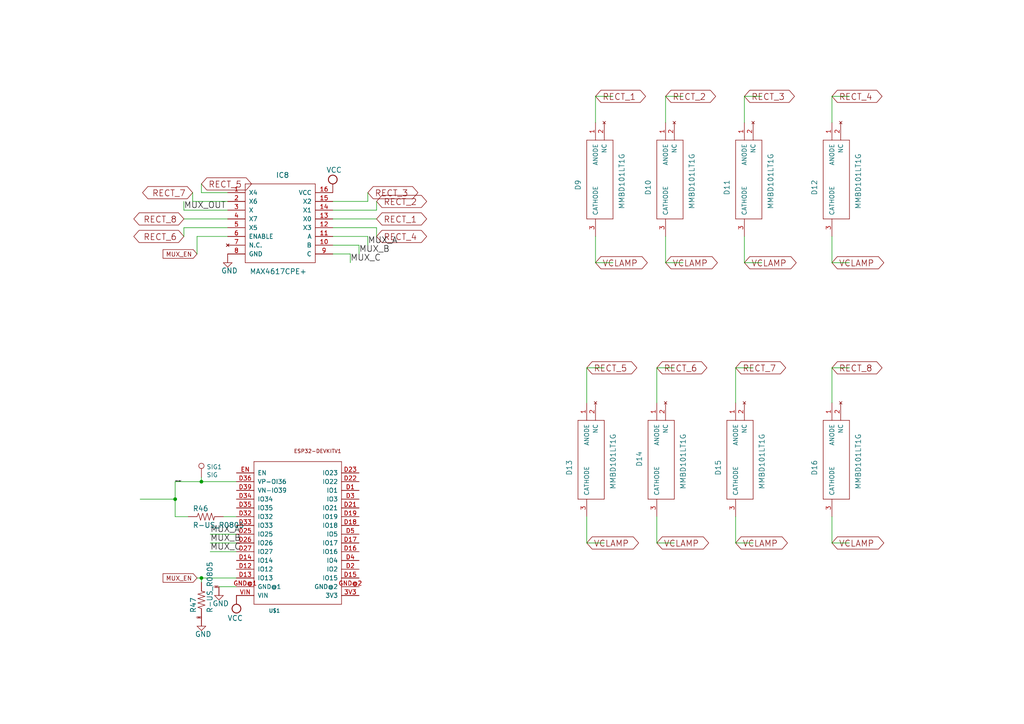
<source format=kicad_sch>
(kicad_sch (version 20211123) (generator eeschema)

  (uuid 4e677390-a246-4ca0-954c-746e0870f88f)

  (paper "A4")

  (lib_symbols
    (symbol "Connector:TestPoint" (pin_numbers hide) (pin_names (offset 0.762) hide) (in_bom yes) (on_board yes)
      (property "Reference" "TP" (id 0) (at 0 6.858 0)
        (effects (font (size 1.27 1.27)))
      )
      (property "Value" "TestPoint" (id 1) (at 0 5.08 0)
        (effects (font (size 1.27 1.27)))
      )
      (property "Footprint" "" (id 2) (at 5.08 0 0)
        (effects (font (size 1.27 1.27)) hide)
      )
      (property "Datasheet" "~" (id 3) (at 5.08 0 0)
        (effects (font (size 1.27 1.27)) hide)
      )
      (property "ki_keywords" "test point tp" (id 4) (at 0 0 0)
        (effects (font (size 1.27 1.27)) hide)
      )
      (property "ki_description" "test point" (id 5) (at 0 0 0)
        (effects (font (size 1.27 1.27)) hide)
      )
      (property "ki_fp_filters" "Pin* Test*" (id 6) (at 0 0 0)
        (effects (font (size 1.27 1.27)) hide)
      )
      (symbol "TestPoint_0_1"
        (circle (center 0 3.302) (radius 0.762)
          (stroke (width 0) (type default) (color 0 0 0 0))
          (fill (type none))
        )
      )
      (symbol "TestPoint_1_1"
        (pin passive line (at 0 0 90) (length 2.54)
          (name "1" (effects (font (size 1.27 1.27))))
          (number "1" (effects (font (size 1.27 1.27))))
        )
      )
    )
    (symbol "Graphic_Equalzier_Schematic-eagle-import:ESP32DEVKITV1" (pin_names (offset 1.016)) (in_bom yes) (on_board yes)
      (property "Reference" "" (id 0) (at -26.67 5.08 90)
        (effects (font (size 1.0668 1.0668)) (justify left bottom))
      )
      (property "Value" "ESP32DEVKITV1" (id 1) (at 0 0 0)
        (effects (font (size 1.27 1.27)) hide)
      )
      (property "Footprint" "" (id 2) (at 0 0 0)
        (effects (font (size 1.27 1.27)) hide)
      )
      (property "Datasheet" "" (id 3) (at 0 0 0)
        (effects (font (size 1.27 1.27)) hide)
      )
      (property "ki_locked" "" (id 4) (at 0 0 0)
        (effects (font (size 1.27 1.27)))
      )
      (symbol "ESP32DEVKITV1_1_0"
        (polyline
          (pts
            (xy -25.4 -12.7)
            (xy -25.4 12.7)
          )
          (stroke (width 0) (type default) (color 0 0 0 0))
          (fill (type none))
        )
        (polyline
          (pts
            (xy -25.4 12.7)
            (xy 15.9766 12.7)
          )
          (stroke (width 0) (type default) (color 0 0 0 0))
          (fill (type none))
        )
        (polyline
          (pts
            (xy 15.9766 -12.7)
            (xy -25.4 -12.7)
          )
          (stroke (width 0) (type default) (color 0 0 0 0))
          (fill (type none))
        )
        (polyline
          (pts
            (xy 15.9766 12.7)
            (xy 15.9766 -12.7)
          )
          (stroke (width 0) (type default) (color 0 0 0 0))
          (fill (type none))
        )
        (text "ESP32-DEVKITV1" (at 18.3896 -12.7 900)
          (effects (font (size 1.0668 1.0668)) (justify left bottom))
        )
        (pin bidirectional line (at -22.86 -17.78 90) (length 5.08)
          (name "3V3" (effects (font (size 1.27 1.27))))
          (number "3V3" (effects (font (size 1.27 1.27))))
        )
        (pin bidirectional line (at 7.62 -17.78 90) (length 5.08)
          (name "IO1" (effects (font (size 1.27 1.27))))
          (number "D1" (effects (font (size 1.27 1.27))))
        )
        (pin bidirectional line (at -15.24 17.78 270) (length 5.08)
          (name "IO12" (effects (font (size 1.27 1.27))))
          (number "D12" (effects (font (size 1.27 1.27))))
        )
        (pin bidirectional line (at -17.78 17.78 270) (length 5.08)
          (name "IO13" (effects (font (size 1.27 1.27))))
          (number "D13" (effects (font (size 1.27 1.27))))
        )
        (pin bidirectional line (at -12.7 17.78 270) (length 5.08)
          (name "IO14" (effects (font (size 1.27 1.27))))
          (number "D14" (effects (font (size 1.27 1.27))))
        )
        (pin bidirectional line (at -17.78 -17.78 90) (length 5.08)
          (name "IO15" (effects (font (size 1.27 1.27))))
          (number "D15" (effects (font (size 1.27 1.27))))
        )
        (pin bidirectional line (at -10.16 -17.78 90) (length 5.08)
          (name "IO16" (effects (font (size 1.27 1.27))))
          (number "D16" (effects (font (size 1.27 1.27))))
        )
        (pin bidirectional line (at -7.62 -17.78 90) (length 5.08)
          (name "IO17" (effects (font (size 1.27 1.27))))
          (number "D17" (effects (font (size 1.27 1.27))))
        )
        (pin bidirectional line (at -2.54 -17.78 90) (length 5.08)
          (name "IO18" (effects (font (size 1.27 1.27))))
          (number "D18" (effects (font (size 1.27 1.27))))
        )
        (pin bidirectional line (at 0 -17.78 90) (length 5.08)
          (name "IO19" (effects (font (size 1.27 1.27))))
          (number "D19" (effects (font (size 1.27 1.27))))
        )
        (pin bidirectional line (at -15.24 -17.78 90) (length 5.08)
          (name "IO2" (effects (font (size 1.27 1.27))))
          (number "D2" (effects (font (size 1.27 1.27))))
        )
        (pin bidirectional line (at 2.54 -17.78 90) (length 5.08)
          (name "IO21" (effects (font (size 1.27 1.27))))
          (number "D21" (effects (font (size 1.27 1.27))))
        )
        (pin bidirectional line (at 10.16 -17.78 90) (length 5.08)
          (name "IO22" (effects (font (size 1.27 1.27))))
          (number "D22" (effects (font (size 1.27 1.27))))
        )
        (pin bidirectional line (at 12.7 -17.78 90) (length 5.08)
          (name "IO23" (effects (font (size 1.27 1.27))))
          (number "D23" (effects (font (size 1.27 1.27))))
        )
        (pin bidirectional line (at -5.08 17.78 270) (length 5.08)
          (name "IO25" (effects (font (size 1.27 1.27))))
          (number "D25" (effects (font (size 1.27 1.27))))
        )
        (pin bidirectional line (at -7.62 17.78 270) (length 5.08)
          (name "IO26" (effects (font (size 1.27 1.27))))
          (number "D26" (effects (font (size 1.27 1.27))))
        )
        (pin bidirectional line (at -10.16 17.78 270) (length 5.08)
          (name "IO27" (effects (font (size 1.27 1.27))))
          (number "D27" (effects (font (size 1.27 1.27))))
        )
        (pin bidirectional line (at 5.08 -17.78 90) (length 5.08)
          (name "IO3" (effects (font (size 1.27 1.27))))
          (number "D3" (effects (font (size 1.27 1.27))))
        )
        (pin bidirectional line (at 0 17.78 270) (length 5.08)
          (name "IO32" (effects (font (size 1.27 1.27))))
          (number "D32" (effects (font (size 1.27 1.27))))
        )
        (pin bidirectional line (at -2.54 17.78 270) (length 5.08)
          (name "IO33" (effects (font (size 1.27 1.27))))
          (number "D33" (effects (font (size 1.27 1.27))))
        )
        (pin bidirectional line (at 5.08 17.78 270) (length 5.08)
          (name "IO34" (effects (font (size 1.27 1.27))))
          (number "D34" (effects (font (size 1.27 1.27))))
        )
        (pin bidirectional line (at 2.54 17.78 270) (length 5.08)
          (name "IO35" (effects (font (size 1.27 1.27))))
          (number "D35" (effects (font (size 1.27 1.27))))
        )
        (pin bidirectional line (at 10.16 17.78 270) (length 5.08)
          (name "VP-OI36" (effects (font (size 1.27 1.27))))
          (number "D36" (effects (font (size 1.27 1.27))))
        )
        (pin bidirectional line (at 7.62 17.78 270) (length 5.08)
          (name "VN-IO39" (effects (font (size 1.27 1.27))))
          (number "D39" (effects (font (size 1.27 1.27))))
        )
        (pin bidirectional line (at -12.7 -17.78 90) (length 5.08)
          (name "IO4" (effects (font (size 1.27 1.27))))
          (number "D4" (effects (font (size 1.27 1.27))))
        )
        (pin bidirectional line (at -5.08 -17.78 90) (length 5.08)
          (name "IO5" (effects (font (size 1.27 1.27))))
          (number "D5" (effects (font (size 1.27 1.27))))
        )
        (pin bidirectional line (at 12.7 17.78 270) (length 5.08)
          (name "EN" (effects (font (size 1.27 1.27))))
          (number "EN" (effects (font (size 1.27 1.27))))
        )
        (pin bidirectional line (at -20.32 17.78 270) (length 5.08)
          (name "GND@1" (effects (font (size 1.27 1.27))))
          (number "GND@1" (effects (font (size 1.27 1.27))))
        )
        (pin bidirectional line (at -20.32 -17.78 90) (length 5.08)
          (name "GND@2" (effects (font (size 1.27 1.27))))
          (number "GND@2" (effects (font (size 1.27 1.27))))
        )
        (pin bidirectional line (at -22.86 17.78 270) (length 5.08)
          (name "VIN" (effects (font (size 1.27 1.27))))
          (number "VIN" (effects (font (size 1.27 1.27))))
        )
      )
    )
    (symbol "Graphic_Equalzier_Schematic-eagle-import:GND" (power) (pin_names (offset 1.016)) (in_bom yes) (on_board yes)
      (property "Reference" "#SUPPLY" (id 0) (at 0 0 0)
        (effects (font (size 1.27 1.27)) hide)
      )
      (property "Value" "GND" (id 1) (at -1.905 -3.175 0)
        (effects (font (size 1.4986 1.4986)) (justify left bottom))
      )
      (property "Footprint" "" (id 2) (at 0 0 0)
        (effects (font (size 1.27 1.27)) hide)
      )
      (property "Datasheet" "" (id 3) (at 0 0 0)
        (effects (font (size 1.27 1.27)) hide)
      )
      (property "ki_locked" "" (id 4) (at 0 0 0)
        (effects (font (size 1.27 1.27)))
      )
      (symbol "GND_1_0"
        (polyline
          (pts
            (xy -1.27 0)
            (xy 1.27 0)
          )
          (stroke (width 0) (type default) (color 0 0 0 0))
          (fill (type none))
        )
        (polyline
          (pts
            (xy 0 -1.27)
            (xy -1.27 0)
          )
          (stroke (width 0) (type default) (color 0 0 0 0))
          (fill (type none))
        )
        (polyline
          (pts
            (xy 1.27 0)
            (xy 0 -1.27)
          )
          (stroke (width 0) (type default) (color 0 0 0 0))
          (fill (type none))
        )
        (pin power_in line (at 0 2.54 270) (length 2.54)
          (name "GND" (effects (font (size 0 0))))
          (number "1" (effects (font (size 0 0))))
        )
      )
    )
    (symbol "Graphic_Equalzier_Schematic-eagle-import:MAX4617CPE+" (pin_names (offset 1.016)) (in_bom yes) (on_board yes)
      (property "Reference" "IC" (id 0) (at 26.67 7.62 0)
        (effects (font (size 1.4986 1.4986)) (justify left))
      )
      (property "Value" "MAX4617CPE+" (id 1) (at 26.67 5.08 0)
        (effects (font (size 1.4986 1.4986)) (justify left))
      )
      (property "Footprint" "" (id 2) (at 0 0 0)
        (effects (font (size 1.27 1.27)) hide)
      )
      (property "Datasheet" "" (id 3) (at 0 0 0)
        (effects (font (size 1.27 1.27)) hide)
      )
      (property "ki_locked" "" (id 4) (at 0 0 0)
        (effects (font (size 1.27 1.27)))
      )
      (symbol "MAX4617CPE+_1_0"
        (polyline
          (pts
            (xy 5.08 2.54)
            (xy 5.08 -20.32)
          )
          (stroke (width 0) (type default) (color 0 0 0 0))
          (fill (type none))
        )
        (polyline
          (pts
            (xy 5.08 2.54)
            (xy 25.4 2.54)
          )
          (stroke (width 0) (type default) (color 0 0 0 0))
          (fill (type none))
        )
        (polyline
          (pts
            (xy 25.4 -20.32)
            (xy 5.08 -20.32)
          )
          (stroke (width 0) (type default) (color 0 0 0 0))
          (fill (type none))
        )
        (polyline
          (pts
            (xy 25.4 -20.32)
            (xy 25.4 2.54)
          )
          (stroke (width 0) (type default) (color 0 0 0 0))
          (fill (type none))
        )
        (pin bidirectional line (at 0 0 0) (length 5.08)
          (name "X4" (effects (font (size 1.27 1.27))))
          (number "1" (effects (font (size 1.27 1.27))))
        )
        (pin bidirectional line (at 30.48 -15.24 180) (length 5.08)
          (name "B" (effects (font (size 1.27 1.27))))
          (number "10" (effects (font (size 1.27 1.27))))
        )
        (pin bidirectional line (at 30.48 -12.7 180) (length 5.08)
          (name "A" (effects (font (size 1.27 1.27))))
          (number "11" (effects (font (size 1.27 1.27))))
        )
        (pin bidirectional line (at 30.48 -10.16 180) (length 5.08)
          (name "X3" (effects (font (size 1.27 1.27))))
          (number "12" (effects (font (size 1.27 1.27))))
        )
        (pin bidirectional line (at 30.48 -7.62 180) (length 5.08)
          (name "X0" (effects (font (size 1.27 1.27))))
          (number "13" (effects (font (size 1.27 1.27))))
        )
        (pin bidirectional line (at 30.48 -5.08 180) (length 5.08)
          (name "X1" (effects (font (size 1.27 1.27))))
          (number "14" (effects (font (size 1.27 1.27))))
        )
        (pin bidirectional line (at 30.48 -2.54 180) (length 5.08)
          (name "X2" (effects (font (size 1.27 1.27))))
          (number "15" (effects (font (size 1.27 1.27))))
        )
        (pin bidirectional line (at 30.48 0 180) (length 5.08)
          (name "VCC" (effects (font (size 1.27 1.27))))
          (number "16" (effects (font (size 1.27 1.27))))
        )
        (pin bidirectional line (at 0 -2.54 0) (length 5.08)
          (name "X6" (effects (font (size 1.27 1.27))))
          (number "2" (effects (font (size 1.27 1.27))))
        )
        (pin bidirectional line (at 0 -5.08 0) (length 5.08)
          (name "X" (effects (font (size 1.27 1.27))))
          (number "3" (effects (font (size 1.27 1.27))))
        )
        (pin bidirectional line (at 0 -7.62 0) (length 5.08)
          (name "X7" (effects (font (size 1.27 1.27))))
          (number "4" (effects (font (size 1.27 1.27))))
        )
        (pin bidirectional line (at 0 -10.16 0) (length 5.08)
          (name "X5" (effects (font (size 1.27 1.27))))
          (number "5" (effects (font (size 1.27 1.27))))
        )
        (pin bidirectional line (at 0 -12.7 0) (length 5.08)
          (name "ENABLE" (effects (font (size 1.27 1.27))))
          (number "6" (effects (font (size 1.27 1.27))))
        )
        (pin no_connect line (at 0 -15.24 0) (length 5.08)
          (name "N.C." (effects (font (size 1.27 1.27))))
          (number "7" (effects (font (size 1.27 1.27))))
        )
        (pin bidirectional line (at 0 -17.78 0) (length 5.08)
          (name "GND" (effects (font (size 1.27 1.27))))
          (number "8" (effects (font (size 1.27 1.27))))
        )
        (pin bidirectional line (at 30.48 -17.78 180) (length 5.08)
          (name "C" (effects (font (size 1.27 1.27))))
          (number "9" (effects (font (size 1.27 1.27))))
        )
      )
    )
    (symbol "Graphic_Equalzier_Schematic-eagle-import:MMBD101LT1G" (pin_names (offset 1.016)) (in_bom yes) (on_board yes)
      (property "Reference" "D" (id 0) (at 29.21 7.62 0)
        (effects (font (size 1.4986 1.4986)) (justify left))
      )
      (property "Value" "MMBD101LT1G" (id 1) (at 29.21 5.08 0)
        (effects (font (size 1.4986 1.4986)) (justify left))
      )
      (property "Footprint" "" (id 2) (at 0 0 0)
        (effects (font (size 1.27 1.27)) hide)
      )
      (property "Datasheet" "" (id 3) (at 0 0 0)
        (effects (font (size 1.27 1.27)) hide)
      )
      (property "ki_locked" "" (id 4) (at 0 0 0)
        (effects (font (size 1.27 1.27)))
      )
      (symbol "MMBD101LT1G_1_0"
        (polyline
          (pts
            (xy 5.08 2.54)
            (xy 5.08 -5.08)
          )
          (stroke (width 0) (type default) (color 0 0 0 0))
          (fill (type none))
        )
        (polyline
          (pts
            (xy 5.08 2.54)
            (xy 27.94 2.54)
          )
          (stroke (width 0) (type default) (color 0 0 0 0))
          (fill (type none))
        )
        (polyline
          (pts
            (xy 27.94 -5.08)
            (xy 5.08 -5.08)
          )
          (stroke (width 0) (type default) (color 0 0 0 0))
          (fill (type none))
        )
        (polyline
          (pts
            (xy 27.94 -5.08)
            (xy 27.94 2.54)
          )
          (stroke (width 0) (type default) (color 0 0 0 0))
          (fill (type none))
        )
        (pin bidirectional line (at 0 0 0) (length 5.08)
          (name "ANODE" (effects (font (size 1.27 1.27))))
          (number "1" (effects (font (size 1.27 1.27))))
        )
        (pin no_connect line (at 0 -2.54 0) (length 5.08)
          (name "NC" (effects (font (size 1.27 1.27))))
          (number "2" (effects (font (size 1.27 1.27))))
        )
        (pin bidirectional line (at 33.02 0 180) (length 5.08)
          (name "CATHODE" (effects (font (size 1.27 1.27))))
          (number "3" (effects (font (size 1.27 1.27))))
        )
      )
    )
    (symbol "Graphic_Equalzier_Schematic-eagle-import:R-US_R0805" (pin_names (offset 1.016)) (in_bom yes) (on_board yes)
      (property "Reference" "R" (id 0) (at -3.81 1.4986 0)
        (effects (font (size 1.4986 1.4986)) (justify left bottom))
      )
      (property "Value" "R-US_R0805" (id 1) (at -3.81 -3.302 0)
        (effects (font (size 1.4986 1.4986)) (justify left bottom))
      )
      (property "Footprint" "" (id 2) (at 0 0 0)
        (effects (font (size 1.27 1.27)) hide)
      )
      (property "Datasheet" "" (id 3) (at 0 0 0)
        (effects (font (size 1.27 1.27)) hide)
      )
      (property "ki_locked" "" (id 4) (at 0 0 0)
        (effects (font (size 1.27 1.27)))
      )
      (symbol "R-US_R0805_1_0"
        (polyline
          (pts
            (xy -2.54 0)
            (xy -2.159 1.016)
          )
          (stroke (width 0) (type default) (color 0 0 0 0))
          (fill (type none))
        )
        (polyline
          (pts
            (xy -2.159 1.016)
            (xy -1.524 -1.016)
          )
          (stroke (width 0) (type default) (color 0 0 0 0))
          (fill (type none))
        )
        (polyline
          (pts
            (xy -1.524 -1.016)
            (xy -0.889 1.016)
          )
          (stroke (width 0) (type default) (color 0 0 0 0))
          (fill (type none))
        )
        (polyline
          (pts
            (xy -0.889 1.016)
            (xy -0.254 -1.016)
          )
          (stroke (width 0) (type default) (color 0 0 0 0))
          (fill (type none))
        )
        (polyline
          (pts
            (xy -0.254 -1.016)
            (xy 0.381 1.016)
          )
          (stroke (width 0) (type default) (color 0 0 0 0))
          (fill (type none))
        )
        (polyline
          (pts
            (xy 0.381 1.016)
            (xy 1.016 -1.016)
          )
          (stroke (width 0) (type default) (color 0 0 0 0))
          (fill (type none))
        )
        (polyline
          (pts
            (xy 1.016 -1.016)
            (xy 1.651 1.016)
          )
          (stroke (width 0) (type default) (color 0 0 0 0))
          (fill (type none))
        )
        (polyline
          (pts
            (xy 1.651 1.016)
            (xy 2.286 -1.016)
          )
          (stroke (width 0) (type default) (color 0 0 0 0))
          (fill (type none))
        )
        (polyline
          (pts
            (xy 2.286 -1.016)
            (xy 2.54 0)
          )
          (stroke (width 0) (type default) (color 0 0 0 0))
          (fill (type none))
        )
        (pin passive line (at -5.08 0 0) (length 2.54)
          (name "1" (effects (font (size 0 0))))
          (number "1" (effects (font (size 0 0))))
        )
        (pin passive line (at 5.08 0 180) (length 2.54)
          (name "2" (effects (font (size 0 0))))
          (number "2" (effects (font (size 0 0))))
        )
      )
    )
    (symbol "Graphic_Equalzier_Schematic-eagle-import:VCC" (power) (pin_names (offset 1.016)) (in_bom yes) (on_board yes)
      (property "Reference" "#SUPPLY" (id 0) (at 0 0 0)
        (effects (font (size 1.27 1.27)) hide)
      )
      (property "Value" "VCC" (id 1) (at -1.905 3.175 0)
        (effects (font (size 1.4986 1.4986)) (justify left bottom))
      )
      (property "Footprint" "" (id 2) (at 0 0 0)
        (effects (font (size 1.27 1.27)) hide)
      )
      (property "Datasheet" "" (id 3) (at 0 0 0)
        (effects (font (size 1.27 1.27)) hide)
      )
      (property "ki_locked" "" (id 4) (at 0 0 0)
        (effects (font (size 1.27 1.27)))
      )
      (symbol "VCC_1_0"
        (circle (center 0 1.27) (radius 1.27)
          (stroke (width 0.254) (type default) (color 0 0 0 0))
          (fill (type none))
        )
        (pin power_in line (at 0 -2.54 90) (length 2.54)
          (name "VCC" (effects (font (size 0 0))))
          (number "1" (effects (font (size 0 0))))
        )
      )
    )
  )

  (junction (at 58.42 139.7) (diameter 0) (color 0 0 0 0)
    (uuid 3c121a93-b189-409b-a104-2bdd37ff0b51)
  )
  (junction (at 58.42 167.64) (diameter 0) (color 0 0 0 0)
    (uuid 6f5a9f10-1b2c-4916-b4e5-cb5bd0f851a0)
  )
  (junction (at 50.8 144.78) (diameter 0) (color 0 0 0 0)
    (uuid 72366acb-6c86-4134-89df-01ed6e4dc8e0)
  )

  (wire (pts (xy 241.3 68.58) (xy 241.3 76.2))
    (stroke (width 0) (type default) (color 0 0 0 0))
    (uuid 044de712-d3da-40ed-9c9f-d91ef285c74c)
  )
  (wire (pts (xy 96.52 66.04) (xy 109.22 66.04))
    (stroke (width 0) (type default) (color 0 0 0 0))
    (uuid 07652224-af43-42a2-841c-1883ba305bc4)
  )
  (wire (pts (xy 241.3 149.86) (xy 241.3 157.48))
    (stroke (width 0) (type default) (color 0 0 0 0))
    (uuid 0c544a8c-9f45-4205-9bca-1d91c95d58ef)
  )
  (wire (pts (xy 104.14 71.12) (xy 104.14 73.66))
    (stroke (width 0) (type default) (color 0 0 0 0))
    (uuid 10b20c6b-8045-46d1-a965-0d7dd9a1b5fa)
  )
  (wire (pts (xy 170.18 106.68) (xy 175.26 106.68))
    (stroke (width 0) (type default) (color 0 0 0 0))
    (uuid 1732b93f-cd0e-4ca4-a905-bb406354ca33)
  )
  (wire (pts (xy 63.5 170.18) (xy 68.58 170.18))
    (stroke (width 0) (type default) (color 0 0 0 0))
    (uuid 2026567f-be64-41dd-8011-b0897ba0ff2e)
  )
  (wire (pts (xy 172.72 35.56) (xy 172.72 27.94))
    (stroke (width 0) (type default) (color 0 0 0 0))
    (uuid 291935ec-f8ff-41f0-8717-e68b8af7b8c1)
  )
  (wire (pts (xy 170.18 116.84) (xy 170.18 106.68))
    (stroke (width 0) (type default) (color 0 0 0 0))
    (uuid 2f0570b6-86da-47a8-9e56-ce60c431c534)
  )
  (wire (pts (xy 190.5 149.86) (xy 190.5 157.48))
    (stroke (width 0) (type default) (color 0 0 0 0))
    (uuid 3335d379-08d8-4469-9fa1-495ed5a43fba)
  )
  (wire (pts (xy 57.15 68.58) (xy 57.15 73.66))
    (stroke (width 0) (type default) (color 0 0 0 0))
    (uuid 3656bb3f-f8a4-4f3a-8e9a-ec6203c87a56)
  )
  (wire (pts (xy 53.34 60.96) (xy 53.34 58.42))
    (stroke (width 0) (type default) (color 0 0 0 0))
    (uuid 37657eee-b379-4145-b65d-79c82b53e49e)
  )
  (wire (pts (xy 50.8 144.78) (xy 50.8 149.86))
    (stroke (width 0) (type default) (color 0 0 0 0))
    (uuid 386faf3f-2adf-472a-84bf-bd511edf2429)
  )
  (wire (pts (xy 96.52 68.58) (xy 106.68 68.58))
    (stroke (width 0) (type default) (color 0 0 0 0))
    (uuid 39845449-7a31-4262-86b1-e7af14a6659f)
  )
  (wire (pts (xy 50.8 139.7) (xy 58.42 139.7))
    (stroke (width 0) (type default) (color 0 0 0 0))
    (uuid 3c646c61-400f-4f60-98b8-05ed5e632a3f)
  )
  (wire (pts (xy 215.9 35.56) (xy 215.9 27.94))
    (stroke (width 0) (type default) (color 0 0 0 0))
    (uuid 3e87b259-dfc1-4885-8dcf-7e7ae39674ed)
  )
  (wire (pts (xy 53.34 66.04) (xy 53.34 68.58))
    (stroke (width 0) (type default) (color 0 0 0 0))
    (uuid 44b926bf-8bdd-4191-846d-2dfabab2cecb)
  )
  (wire (pts (xy 172.72 27.94) (xy 177.8 27.94))
    (stroke (width 0) (type default) (color 0 0 0 0))
    (uuid 49a65079-57a9-46fc-8711-1d7f2cab8dbf)
  )
  (wire (pts (xy 66.04 58.42) (xy 55.88 58.42))
    (stroke (width 0) (type default) (color 0 0 0 0))
    (uuid 59e09498-d26e-4ba7-b47d-fece2ea7c274)
  )
  (wire (pts (xy 68.58 154.94) (xy 60.96 154.94))
    (stroke (width 0) (type default) (color 0 0 0 0))
    (uuid 59f60168-cced-43c9-aaa5-41a1a8a2f631)
  )
  (wire (pts (xy 213.36 116.84) (xy 213.36 106.68))
    (stroke (width 0) (type default) (color 0 0 0 0))
    (uuid 5c32b099-dba7-4228-8a5e-c2156f635ce2)
  )
  (wire (pts (xy 241.3 116.84) (xy 241.3 106.68))
    (stroke (width 0) (type default) (color 0 0 0 0))
    (uuid 5eb16f0d-ef1e-4549-97a1-19cd06ad7236)
  )
  (wire (pts (xy 68.58 149.86) (xy 64.77 149.86))
    (stroke (width 0) (type default) (color 0 0 0 0))
    (uuid 5eedf685-0df3-4da8-aded-0e6ed1cb2507)
  )
  (wire (pts (xy 96.52 60.96) (xy 109.22 60.96))
    (stroke (width 0) (type default) (color 0 0 0 0))
    (uuid 63286bbb-78a3-4368-a50a-f6bf5f1653b0)
  )
  (wire (pts (xy 101.6 73.66) (xy 101.6 76.2))
    (stroke (width 0) (type default) (color 0 0 0 0))
    (uuid 645bdbdc-8f65-42ef-a021-2d3e7d74a739)
  )
  (wire (pts (xy 213.36 157.48) (xy 218.44 157.48))
    (stroke (width 0) (type default) (color 0 0 0 0))
    (uuid 74012f9c-57f0-452a-9ea1-1e3437e264b8)
  )
  (wire (pts (xy 106.68 68.58) (xy 106.68 71.12))
    (stroke (width 0) (type default) (color 0 0 0 0))
    (uuid 74855e0d-40e4-4940-a544-edae9207b2ea)
  )
  (wire (pts (xy 66.04 60.96) (xy 53.34 60.96))
    (stroke (width 0) (type default) (color 0 0 0 0))
    (uuid 7943ed8c-e760-4ace-9c5f-baf5589fae39)
  )
  (wire (pts (xy 213.36 106.68) (xy 218.44 106.68))
    (stroke (width 0) (type default) (color 0 0 0 0))
    (uuid 7ca71fec-e7f1-454f-9196-b80d15925fff)
  )
  (wire (pts (xy 58.42 167.64) (xy 58.42 168.91))
    (stroke (width 0) (type default) (color 0 0 0 0))
    (uuid 7d2eba81-aa80-4257-a5a7-9a6179da897e)
  )
  (wire (pts (xy 241.3 76.2) (xy 246.38 76.2))
    (stroke (width 0) (type default) (color 0 0 0 0))
    (uuid 83e349fb-6338-43f9-ad3f-2e7f4b8bb4a9)
  )
  (wire (pts (xy 241.3 27.94) (xy 246.38 27.94))
    (stroke (width 0) (type default) (color 0 0 0 0))
    (uuid 92a23ed4-a5ea-4cea-bc33-0a83191a0d32)
  )
  (wire (pts (xy 66.04 68.58) (xy 57.15 68.58))
    (stroke (width 0) (type default) (color 0 0 0 0))
    (uuid 961b4579-9ee8-407a-89a7-81f36f1ad865)
  )
  (wire (pts (xy 66.04 66.04) (xy 53.34 66.04))
    (stroke (width 0) (type default) (color 0 0 0 0))
    (uuid 981ff4de-0330-4757-b746-0cb983df5e7c)
  )
  (wire (pts (xy 58.42 139.7) (xy 68.58 139.7))
    (stroke (width 0) (type default) (color 0 0 0 0))
    (uuid 9b07d532-5f76-4469-8dbf-25ac27eef589)
  )
  (wire (pts (xy 241.3 106.68) (xy 246.38 106.68))
    (stroke (width 0) (type default) (color 0 0 0 0))
    (uuid 9cacb6ad-6bbf-4ffe-b0a4-2df24045e046)
  )
  (wire (pts (xy 241.3 35.56) (xy 241.3 27.94))
    (stroke (width 0) (type default) (color 0 0 0 0))
    (uuid 9de304ba-fba7-4896-b969-9d87a3522d74)
  )
  (wire (pts (xy 193.04 68.58) (xy 193.04 76.2))
    (stroke (width 0) (type default) (color 0 0 0 0))
    (uuid 9e2492fd-e074-42db-8129-fe39460dc1e0)
  )
  (wire (pts (xy 68.58 167.64) (xy 58.42 167.64))
    (stroke (width 0) (type default) (color 0 0 0 0))
    (uuid a26bdee6-0e16-4ea6-87f7-fb32c714896e)
  )
  (wire (pts (xy 215.9 76.2) (xy 220.98 76.2))
    (stroke (width 0) (type default) (color 0 0 0 0))
    (uuid a9d76dfc-52ba-46de-beb4-dab7b94ee663)
  )
  (wire (pts (xy 193.04 27.94) (xy 198.12 27.94))
    (stroke (width 0) (type default) (color 0 0 0 0))
    (uuid ae8bb5ae-95ee-4e2d-8a0c-ae5b6149b4e3)
  )
  (wire (pts (xy 55.88 58.42) (xy 55.88 55.88))
    (stroke (width 0) (type default) (color 0 0 0 0))
    (uuid b66b83a0-313f-4b03-b851-c6e9577a6eb7)
  )
  (wire (pts (xy 106.68 58.42) (xy 106.68 55.88))
    (stroke (width 0) (type default) (color 0 0 0 0))
    (uuid b7c09c15-282b-4731-8942-008851172201)
  )
  (wire (pts (xy 96.52 63.5) (xy 109.22 63.5))
    (stroke (width 0) (type default) (color 0 0 0 0))
    (uuid b8e1a8b8-63f0-4e53-a6cb-c8edf9a649c4)
  )
  (wire (pts (xy 215.9 27.94) (xy 220.98 27.94))
    (stroke (width 0) (type default) (color 0 0 0 0))
    (uuid ba116096-3ccc-4cc8-a185-5325439e4e24)
  )
  (wire (pts (xy 241.3 157.48) (xy 246.38 157.48))
    (stroke (width 0) (type default) (color 0 0 0 0))
    (uuid bb5d2eae-a96e-45dd-89aa-125fe22cc2fa)
  )
  (wire (pts (xy 58.42 167.64) (xy 57.15 167.64))
    (stroke (width 0) (type default) (color 0 0 0 0))
    (uuid bde3f73b-f869-498d-a8d7-18346cb7179e)
  )
  (wire (pts (xy 68.58 160.02) (xy 60.96 160.02))
    (stroke (width 0) (type default) (color 0 0 0 0))
    (uuid bf6104a1-a529-4c00-b4ae-92001543f7ec)
  )
  (wire (pts (xy 172.72 68.58) (xy 172.72 76.2))
    (stroke (width 0) (type default) (color 0 0 0 0))
    (uuid c20aea50-e9e4-4978-b938-d613d445aab7)
  )
  (wire (pts (xy 58.42 138.43) (xy 58.42 139.7))
    (stroke (width 0) (type default) (color 0 0 0 0))
    (uuid c7f7bd58-1ebd-40fd-a39d-a95530a751b6)
  )
  (wire (pts (xy 213.36 149.86) (xy 213.36 157.48))
    (stroke (width 0) (type default) (color 0 0 0 0))
    (uuid cfdef906-c924-4492-999d-4de066c0bce1)
  )
  (wire (pts (xy 109.22 66.04) (xy 109.22 68.58))
    (stroke (width 0) (type default) (color 0 0 0 0))
    (uuid d45d1afe-78e6-4045-862c-b274469da903)
  )
  (wire (pts (xy 215.9 68.58) (xy 215.9 76.2))
    (stroke (width 0) (type default) (color 0 0 0 0))
    (uuid d9cf2d61-3126-40fe-a66d-ae5145f94be8)
  )
  (wire (pts (xy 109.22 60.96) (xy 109.22 58.42))
    (stroke (width 0) (type default) (color 0 0 0 0))
    (uuid da862bae-4511-4bb9-b18d-fa60a2737feb)
  )
  (wire (pts (xy 50.8 144.78) (xy 40.64 144.78))
    (stroke (width 0) (type default) (color 0 0 0 0))
    (uuid de552ae9-cde6-4643-8cc7-9de2579dadae)
  )
  (wire (pts (xy 193.04 35.56) (xy 193.04 27.94))
    (stroke (width 0) (type default) (color 0 0 0 0))
    (uuid dec284d9-246c-4619-8dcc-8f4886f9349e)
  )
  (wire (pts (xy 170.18 157.48) (xy 175.26 157.48))
    (stroke (width 0) (type default) (color 0 0 0 0))
    (uuid e0b0947e-ec91-4d8a-8663-5a112b0a8541)
  )
  (wire (pts (xy 172.72 76.2) (xy 177.8 76.2))
    (stroke (width 0) (type default) (color 0 0 0 0))
    (uuid e0d7c1d9-102e-4758-a8b7-ff248f1ce315)
  )
  (wire (pts (xy 96.52 58.42) (xy 106.68 58.42))
    (stroke (width 0) (type default) (color 0 0 0 0))
    (uuid e4184668-3bdd-4cb2-a053-4f3d5e57b541)
  )
  (wire (pts (xy 66.04 55.88) (xy 58.42 55.88))
    (stroke (width 0) (type default) (color 0 0 0 0))
    (uuid ea4f0afc-785b-40cf-8ef1-cbe20404c18b)
  )
  (wire (pts (xy 96.52 71.12) (xy 104.14 71.12))
    (stroke (width 0) (type default) (color 0 0 0 0))
    (uuid ef94502b-f22d-4da7-a17f-4100090b03a1)
  )
  (wire (pts (xy 190.5 157.48) (xy 195.58 157.48))
    (stroke (width 0) (type default) (color 0 0 0 0))
    (uuid f220d6a7-3170-4e04-8de6-2df0c3962fe0)
  )
  (wire (pts (xy 58.42 55.88) (xy 58.42 53.34))
    (stroke (width 0) (type default) (color 0 0 0 0))
    (uuid f4117d3e-819d-4d33-bf85-69e28ba32fe5)
  )
  (wire (pts (xy 193.04 76.2) (xy 198.12 76.2))
    (stroke (width 0) (type default) (color 0 0 0 0))
    (uuid f4aae365-6c70-41da-9253-52b239e8f5e6)
  )
  (wire (pts (xy 96.52 73.66) (xy 101.6 73.66))
    (stroke (width 0) (type default) (color 0 0 0 0))
    (uuid f503ea07-bcf1-4924-930a-6f7e9cd312f8)
  )
  (wire (pts (xy 190.5 106.68) (xy 195.58 106.68))
    (stroke (width 0) (type default) (color 0 0 0 0))
    (uuid f5eb7390-4215-4bb5-bc53-f82f663cc9a5)
  )
  (wire (pts (xy 190.5 116.84) (xy 190.5 106.68))
    (stroke (width 0) (type default) (color 0 0 0 0))
    (uuid f7070c76-b83b-43a9-a243-491723819616)
  )
  (wire (pts (xy 50.8 139.7) (xy 50.8 144.78))
    (stroke (width 0) (type default) (color 0 0 0 0))
    (uuid f934a442-23d6-4e5b-908f-bb9199ad6f8b)
  )
  (wire (pts (xy 50.8 149.86) (xy 54.61 149.86))
    (stroke (width 0) (type default) (color 0 0 0 0))
    (uuid fc4f0835-889b-4d2e-876e-ca524c79ae62)
  )
  (wire (pts (xy 170.18 149.86) (xy 170.18 157.48))
    (stroke (width 0) (type default) (color 0 0 0 0))
    (uuid fcfb3f77-487d-44de-bd4e-948fbeca3220)
  )
  (wire (pts (xy 68.58 157.48) (xy 60.96 157.48))
    (stroke (width 0) (type default) (color 0 0 0 0))
    (uuid fe6d9604-2924-4f38-950b-a31e8a281973)
  )
  (wire (pts (xy 66.04 63.5) (xy 53.34 63.5))
    (stroke (width 0) (type default) (color 0 0 0 0))
    (uuid fead07ab-5a70-40db-ada8-c72dcc827bfc)
  )

  (label "MUX_B" (at 104.14 73.66 0)
    (effects (font (size 1.778 1.778)) (justify left bottom))
    (uuid 082aed28-f9e8-49e7-96ee-b5aa9f0319c7)
  )
  (label "MUX_OUT" (at 53.34 60.96 0)
    (effects (font (size 1.778 1.778)) (justify left bottom))
    (uuid 363189af-2faa-46a4-b025-5a779d801f2e)
  )
  (label "MUX_OUT" (at 50.8 139.7 0)
    (effects (font (size 0.254 0.254)) (justify left bottom))
    (uuid 7274c82d-0cb9-47de-b093-7d848f491410)
  )
  (label "MUX_C" (at 60.96 160.02 0)
    (effects (font (size 1.778 1.778)) (justify left bottom))
    (uuid 8b963561-586b-4575-b721-87e7914602c6)
  )
  (label "MUX_C" (at 101.6 76.2 0)
    (effects (font (size 1.778 1.778)) (justify left bottom))
    (uuid b1ba92d5-0d41-4be9-b483-47d08dc1785d)
  )
  (label "MUX_A" (at 106.68 71.12 0)
    (effects (font (size 1.778 1.778)) (justify left bottom))
    (uuid d68dca9b-48b3-498b-9b5f-3b3838250f82)
  )
  (label "MUX_B" (at 60.96 157.48 0)
    (effects (font (size 1.778 1.778)) (justify left bottom))
    (uuid f67bbef3-6f59-49ba-8890-d1f9dc9f9ad6)
  )
  (label "MUX_A" (at 60.96 154.94 0)
    (effects (font (size 1.778 1.778)) (justify left bottom))
    (uuid f6a3288e-9575-42bb-af05-a920d59aded8)
  )

  (global_label "RECT_4" (shape bidirectional) (at 241.3 27.94 0) (fields_autoplaced)
    (effects (font (size 1.778 1.778)) (justify left))
    (uuid 165f4d8d-26a9-4cf2-a8d6-9936cd983be4)
    (property "Intersheet References" "${INTERSHEET_REFS}" (id 0) (at 0 0 0)
      (effects (font (size 1.27 1.27)) hide)
    )
  )
  (global_label "RECT_6" (shape bidirectional) (at 190.5 106.68 0) (fields_autoplaced)
    (effects (font (size 1.778 1.778)) (justify left))
    (uuid 17cf1c88-8d51-4538-aa76-e35ac22d0ed0)
    (property "Intersheet References" "${INTERSHEET_REFS}" (id 0) (at 0 0 0)
      (effects (font (size 1.27 1.27)) hide)
    )
  )
  (global_label "VCLAMP" (shape bidirectional) (at 172.72 76.2 0) (fields_autoplaced)
    (effects (font (size 1.778 1.778)) (justify left))
    (uuid 2028d85e-9e27-4758-8c0b-559fad072813)
    (property "Intersheet References" "${INTERSHEET_REFS}" (id 0) (at 0 0 0)
      (effects (font (size 1.27 1.27)) hide)
    )
  )
  (global_label "RECT_3" (shape bidirectional) (at 215.9 27.94 0) (fields_autoplaced)
    (effects (font (size 1.778 1.778)) (justify left))
    (uuid 31bfc3e7-147b-4531-a0c5-e3a305c1647d)
    (property "Intersheet References" "${INTERSHEET_REFS}" (id 0) (at 0 0 0)
      (effects (font (size 1.27 1.27)) hide)
    )
  )
  (global_label "RECT_1" (shape bidirectional) (at 109.22 63.5 0) (fields_autoplaced)
    (effects (font (size 1.778 1.778)) (justify left))
    (uuid 35fb7c56-dc85-43f7-b954-81b8040a8500)
    (property "Intersheet References" "${INTERSHEET_REFS}" (id 0) (at 0 0 0)
      (effects (font (size 1.27 1.27)) hide)
    )
  )
  (global_label "VCLAMP" (shape bidirectional) (at 190.5 157.48 0) (fields_autoplaced)
    (effects (font (size 1.778 1.778)) (justify left))
    (uuid 4d2fd49e-2cb2-44d4-8935-68488970d97b)
    (property "Intersheet References" "${INTERSHEET_REFS}" (id 0) (at 0 0 0)
      (effects (font (size 1.27 1.27)) hide)
    )
  )
  (global_label "GND" (shape bidirectional) (at 58.42 179.07 180) (fields_autoplaced)
    (effects (font (size 0.254 0.254)) (justify right))
    (uuid 4f2f68c4-6fa0-45ce-b5c2-e911daddcd12)
    (property "Intersheet References" "${INTERSHEET_REFS}" (id 0) (at 0 0 0)
      (effects (font (size 1.27 1.27)) hide)
    )
  )
  (global_label "VCLAMP" (shape bidirectional) (at 215.9 76.2 0) (fields_autoplaced)
    (effects (font (size 1.778 1.778)) (justify left))
    (uuid 6762c669-2824-49a2-8bd4-3f19091dd75a)
    (property "Intersheet References" "${INTERSHEET_REFS}" (id 0) (at 0 0 0)
      (effects (font (size 1.27 1.27)) hide)
    )
  )
  (global_label "RECT_7" (shape bidirectional) (at 213.36 106.68 0) (fields_autoplaced)
    (effects (font (size 1.778 1.778)) (justify left))
    (uuid 6f1beb86-67e1-46bf-8c2b-6d1e1485d5c0)
    (property "Intersheet References" "${INTERSHEET_REFS}" (id 0) (at 0 0 0)
      (effects (font (size 1.27 1.27)) hide)
    )
  )
  (global_label "RECT_1" (shape bidirectional) (at 172.72 27.94 0) (fields_autoplaced)
    (effects (font (size 1.778 1.778)) (justify left))
    (uuid 87ba184f-bff5-4989-8217-6af375cc3dd8)
    (property "Intersheet References" "${INTERSHEET_REFS}" (id 0) (at 0 0 0)
      (effects (font (size 1.27 1.27)) hide)
    )
  )
  (global_label "GND" (shape bidirectional) (at 63.5 170.18 180) (fields_autoplaced)
    (effects (font (size 0.254 0.254)) (justify right))
    (uuid 88a17e56-466a-45e7-9047-7346a507f505)
    (property "Intersheet References" "${INTERSHEET_REFS}" (id 0) (at 0 0 0)
      (effects (font (size 1.27 1.27)) hide)
    )
  )
  (global_label "RECT_2" (shape bidirectional) (at 193.04 27.94 0) (fields_autoplaced)
    (effects (font (size 1.778 1.778)) (justify left))
    (uuid 8b3ba7fc-20b6-43c4-a020-80151e1caecc)
    (property "Intersheet References" "${INTERSHEET_REFS}" (id 0) (at 0 0 0)
      (effects (font (size 1.27 1.27)) hide)
    )
  )
  (global_label "MUX_EN" (shape input) (at 57.15 73.66 180) (fields_autoplaced)
    (effects (font (size 1.27 1.27)) (justify right))
    (uuid 9505be36-b21c-4db8-9484-dd0861395d26)
    (property "Intersheet References" "${INTERSHEET_REFS}" (id 0) (at 0 0 0)
      (effects (font (size 1.27 1.27)) hide)
    )
  )
  (global_label "RECT_5" (shape bidirectional) (at 170.18 106.68 0) (fields_autoplaced)
    (effects (font (size 1.778 1.778)) (justify left))
    (uuid 9e136ac4-5d28-4814-9ebf-c30c372bc2ec)
    (property "Intersheet References" "${INTERSHEET_REFS}" (id 0) (at 0 0 0)
      (effects (font (size 1.27 1.27)) hide)
    )
  )
  (global_label "RECT_3" (shape bidirectional) (at 106.68 55.88 0) (fields_autoplaced)
    (effects (font (size 1.778 1.778)) (justify left))
    (uuid a2a0f5cc-b5aa-4e3e-8d85-23bdc2f59aec)
    (property "Intersheet References" "${INTERSHEET_REFS}" (id 0) (at 0 0 0)
      (effects (font (size 1.27 1.27)) hide)
    )
  )
  (global_label "VCLAMP" (shape bidirectional) (at 241.3 76.2 0) (fields_autoplaced)
    (effects (font (size 1.778 1.778)) (justify left))
    (uuid aae6bc05-6036-4fc6-8be7-c70daf5c8932)
    (property "Intersheet References" "${INTERSHEET_REFS}" (id 0) (at 0 0 0)
      (effects (font (size 1.27 1.27)) hide)
    )
  )
  (global_label "RECT_8" (shape bidirectional) (at 53.34 63.5 180) (fields_autoplaced)
    (effects (font (size 1.778 1.778)) (justify right))
    (uuid b7b00984-6ab1-482e-b4b4-67cac44d44da)
    (property "Intersheet References" "${INTERSHEET_REFS}" (id 0) (at 0 0 0)
      (effects (font (size 1.27 1.27)) hide)
    )
  )
  (global_label "RECT_2" (shape bidirectional) (at 109.22 58.42 0) (fields_autoplaced)
    (effects (font (size 1.778 1.778)) (justify left))
    (uuid b8c8c7a1-d546-4878-9de9-463ec76dff98)
    (property "Intersheet References" "${INTERSHEET_REFS}" (id 0) (at 0 0 0)
      (effects (font (size 1.27 1.27)) hide)
    )
  )
  (global_label "RECT_8" (shape bidirectional) (at 241.3 106.68 0) (fields_autoplaced)
    (effects (font (size 1.778 1.778)) (justify left))
    (uuid be5a7017-fe9d-43ea-9a6a-8fe8deb78420)
    (property "Intersheet References" "${INTERSHEET_REFS}" (id 0) (at 0 0 0)
      (effects (font (size 1.27 1.27)) hide)
    )
  )
  (global_label "VCLAMP" (shape bidirectional) (at 213.36 157.48 0) (fields_autoplaced)
    (effects (font (size 1.778 1.778)) (justify left))
    (uuid d1441985-7b63-4bf8-a06d-c70da2e3b78b)
    (property "Intersheet References" "${INTERSHEET_REFS}" (id 0) (at 0 0 0)
      (effects (font (size 1.27 1.27)) hide)
    )
  )
  (global_label "RECT_7" (shape bidirectional) (at 55.88 55.88 180) (fields_autoplaced)
    (effects (font (size 1.778 1.778)) (justify right))
    (uuid dad2f9a9-292b-4f7e-9524-a263f3c1ba74)
    (property "Intersheet References" "${INTERSHEET_REFS}" (id 0) (at 0 0 0)
      (effects (font (size 1.27 1.27)) hide)
    )
  )
  (global_label "VCLAMP" (shape bidirectional) (at 193.04 76.2 0) (fields_autoplaced)
    (effects (font (size 1.778 1.778)) (justify left))
    (uuid e04b8c10-725b-4bde-8cbf-66bfea5053e6)
    (property "Intersheet References" "${INTERSHEET_REFS}" (id 0) (at 0 0 0)
      (effects (font (size 1.27 1.27)) hide)
    )
  )
  (global_label "RECT_6" (shape bidirectional) (at 53.34 68.58 180) (fields_autoplaced)
    (effects (font (size 1.778 1.778)) (justify right))
    (uuid e8274862-c966-456a-98d5-9c42f72963c1)
    (property "Intersheet References" "${INTERSHEET_REFS}" (id 0) (at 0 0 0)
      (effects (font (size 1.27 1.27)) hide)
    )
  )
  (global_label "MUX_EN" (shape input) (at 57.15 167.64 180) (fields_autoplaced)
    (effects (font (size 1.27 1.27)) (justify right))
    (uuid eb6a726e-fed9-4891-95fa-b4d4a5f77b35)
    (property "Intersheet References" "${INTERSHEET_REFS}" (id 0) (at 0 0 0)
      (effects (font (size 1.27 1.27)) hide)
    )
  )
  (global_label "RECT_4" (shape bidirectional) (at 109.22 68.58 0) (fields_autoplaced)
    (effects (font (size 1.778 1.778)) (justify left))
    (uuid f203116d-f256-4611-a03e-9536bbedaf2f)
    (property "Intersheet References" "${INTERSHEET_REFS}" (id 0) (at 0 0 0)
      (effects (font (size 1.27 1.27)) hide)
    )
  )
  (global_label "RECT_5" (shape bidirectional) (at 58.42 53.34 0) (fields_autoplaced)
    (effects (font (size 1.778 1.778)) (justify left))
    (uuid f8621ac5-1e7e-4e87-8c69-5fd403df9470)
    (property "Intersheet References" "${INTERSHEET_REFS}" (id 0) (at 0 0 0)
      (effects (font (size 1.27 1.27)) hide)
    )
  )
  (global_label "VCLAMP" (shape bidirectional) (at 241.3 157.48 0) (fields_autoplaced)
    (effects (font (size 1.778 1.778)) (justify left))
    (uuid facb0614-068b-4c9c-a466-d374df96a94c)
    (property "Intersheet References" "${INTERSHEET_REFS}" (id 0) (at 0 0 0)
      (effects (font (size 1.27 1.27)) hide)
    )
  )
  (global_label "VCLAMP" (shape bidirectional) (at 170.18 157.48 0) (fields_autoplaced)
    (effects (font (size 1.778 1.778)) (justify left))
    (uuid fd29cce5-2d5d-4676-956a-df49a3c13d23)
    (property "Intersheet References" "${INTERSHEET_REFS}" (id 0) (at 0 0 0)
      (effects (font (size 1.27 1.27)) hide)
    )
  )

  (symbol (lib_id "Graphic_Equalzier_Schematic-eagle-import:MMBD101LT1G") (at 213.36 116.84 90) (mirror x)
    (in_bom yes) (on_board yes)
    (uuid 00000000-0000-0000-0000-0000093b9cd1)
    (property "Reference" "D15" (id 0) (at 208.28 133.35 0)
      (effects (font (size 1.4986 1.4986)) (justify left))
    )
    (property "Value" "MMBD101LT1G" (id 1) (at 220.98 125.73 0)
      (effects (font (size 1.4986 1.4986)) (justify left))
    )
    (property "Footprint" "Graphic_Equalzier_Schematic:SOT96P237X111-3N" (id 2) (at 213.36 116.84 0)
      (effects (font (size 1.27 1.27)) hide)
    )
    (property "Datasheet" "" (id 3) (at 213.36 116.84 0)
      (effects (font (size 1.27 1.27)) hide)
    )
    (pin "1" (uuid 99b67c4b-8d1c-4052-b2db-28cfef12faf7))
    (pin "2" (uuid e7c484b9-d66a-48e9-9a0f-b72b77f5ed52))
    (pin "3" (uuid dc241a4f-4a55-4e52-9b5e-2ab04fca978e))
  )

  (symbol (lib_id "Graphic_Equalzier_Schematic-eagle-import:MMBD101LT1G") (at 190.5 116.84 90) (mirror x)
    (in_bom yes) (on_board yes)
    (uuid 00000000-0000-0000-0000-00002984713a)
    (property "Reference" "D14" (id 0) (at 185.42 130.81 0)
      (effects (font (size 1.4986 1.4986)) (justify left))
    )
    (property "Value" "MMBD101LT1G" (id 1) (at 198.12 125.73 0)
      (effects (font (size 1.4986 1.4986)) (justify left))
    )
    (property "Footprint" "Graphic_Equalzier_Schematic:SOT96P237X111-3N" (id 2) (at 190.5 116.84 0)
      (effects (font (size 1.27 1.27)) hide)
    )
    (property "Datasheet" "" (id 3) (at 190.5 116.84 0)
      (effects (font (size 1.27 1.27)) hide)
    )
    (pin "1" (uuid 2ec81aca-4f53-4379-8de4-713725a488df))
    (pin "2" (uuid 613d5360-951e-4e7b-9e1d-cf1d7792e11c))
    (pin "3" (uuid 57af4f01-ac41-4af4-82f3-1beb1a71e39c))
  )

  (symbol (lib_id "Graphic_Equalzier_Schematic-eagle-import:GND") (at 63.5 172.72 0)
    (in_bom yes) (on_board yes)
    (uuid 00000000-0000-0000-0000-00004a937d01)
    (property "Reference" "#SUPPLY042" (id 0) (at 63.5 172.72 0)
      (effects (font (size 1.27 1.27)) hide)
    )
    (property "Value" "GND" (id 1) (at 61.595 175.895 0)
      (effects (font (size 1.4986 1.4986)) (justify left bottom))
    )
    (property "Footprint" "" (id 2) (at 63.5 172.72 0)
      (effects (font (size 1.27 1.27)) hide)
    )
    (property "Datasheet" "" (id 3) (at 63.5 172.72 0)
      (effects (font (size 1.27 1.27)) hide)
    )
    (pin "1" (uuid aa2c9904-818a-475d-8ff2-a6e5256ed32b))
  )

  (symbol (lib_id "Graphic_Equalzier_Schematic-eagle-import:MMBD101LT1G") (at 241.3 116.84 90) (mirror x)
    (in_bom yes) (on_board yes)
    (uuid 00000000-0000-0000-0000-00004ab03efc)
    (property "Reference" "D16" (id 0) (at 236.22 133.35 0)
      (effects (font (size 1.4986 1.4986)) (justify left))
    )
    (property "Value" "MMBD101LT1G" (id 1) (at 248.92 125.73 0)
      (effects (font (size 1.4986 1.4986)) (justify left))
    )
    (property "Footprint" "Graphic_Equalzier_Schematic:SOT96P237X111-3N" (id 2) (at 241.3 116.84 0)
      (effects (font (size 1.27 1.27)) hide)
    )
    (property "Datasheet" "" (id 3) (at 241.3 116.84 0)
      (effects (font (size 1.27 1.27)) hide)
    )
    (pin "1" (uuid 8737fbdc-f145-4de8-9560-0dd2e226c11f))
    (pin "2" (uuid 5b6552db-1934-4e21-b64f-ae7a1f76c8c1))
    (pin "3" (uuid 19db78b1-e07e-45ed-8c62-272ff0b4b9d9))
  )

  (symbol (lib_id "Graphic_Equalzier_Schematic-eagle-import:R-US_R0805") (at 59.69 149.86 0)
    (in_bom yes) (on_board yes)
    (uuid 00000000-0000-0000-0000-0000610cc15e)
    (property "Reference" "R46" (id 0) (at 55.88 148.3614 0)
      (effects (font (size 1.4986 1.4986)) (justify left bottom))
    )
    (property "Value" "R-US_R0805" (id 1) (at 55.88 153.162 0)
      (effects (font (size 1.4986 1.4986)) (justify left bottom))
    )
    (property "Footprint" "Graphic_Equalzier_Schematic:R0805" (id 2) (at 59.69 149.86 0)
      (effects (font (size 1.27 1.27)) hide)
    )
    (property "Datasheet" "" (id 3) (at 59.69 149.86 0)
      (effects (font (size 1.27 1.27)) hide)
    )
    (pin "1" (uuid 06f069f5-ecad-422c-ac99-816708bce908))
    (pin "2" (uuid 0e93187d-f4af-48e5-a1c4-2a6bda49dfdb))
  )

  (symbol (lib_id "Connector:TestPoint") (at 58.42 138.43 0)
    (in_bom yes) (on_board yes)
    (uuid 00000000-0000-0000-0000-00006111b27b)
    (property "Reference" "SIG1" (id 0) (at 59.8932 135.4328 0)
      (effects (font (size 1.27 1.27)) (justify left))
    )
    (property "Value" "SIG" (id 1) (at 59.8932 137.7442 0)
      (effects (font (size 1.27 1.27)) (justify left))
    )
    (property "Footprint" "TestPoint:TestPoint_THTPad_D2.0mm_Drill1.0mm" (id 2) (at 59.8932 138.9126 0)
      (effects (font (size 1.27 1.27)) (justify left) hide)
    )
    (property "Datasheet" "~" (id 3) (at 63.5 138.43 0)
      (effects (font (size 1.27 1.27)) hide)
    )
    (pin "1" (uuid 22beb590-a4f7-4f48-912f-98d99c0449d6))
  )

  (symbol (lib_id "Graphic_Equalzier_Schematic-eagle-import:R-US_R0805") (at 58.42 173.99 90)
    (in_bom yes) (on_board yes)
    (uuid 00000000-0000-0000-0000-00006114c93a)
    (property "Reference" "R47" (id 0) (at 56.9214 177.8 0)
      (effects (font (size 1.4986 1.4986)) (justify left bottom))
    )
    (property "Value" "R-US_R0805" (id 1) (at 61.722 177.8 0)
      (effects (font (size 1.4986 1.4986)) (justify left bottom))
    )
    (property "Footprint" "Graphic_Equalzier_Schematic:R0805" (id 2) (at 58.42 173.99 0)
      (effects (font (size 1.27 1.27)) hide)
    )
    (property "Datasheet" "" (id 3) (at 58.42 173.99 0)
      (effects (font (size 1.27 1.27)) hide)
    )
    (pin "1" (uuid fd0daead-056b-49b0-b136-e76d44737a4c))
    (pin "2" (uuid 8e656f8e-b3c8-45da-bbce-173eea3ae956))
  )

  (symbol (lib_id "Graphic_Equalzier_Schematic-eagle-import:GND") (at 58.42 181.61 0)
    (in_bom yes) (on_board yes)
    (uuid 00000000-0000-0000-0000-00006114ff86)
    (property "Reference" "#SUPPLY0101" (id 0) (at 58.42 181.61 0)
      (effects (font (size 1.27 1.27)) hide)
    )
    (property "Value" "GND" (id 1) (at 56.515 184.785 0)
      (effects (font (size 1.4986 1.4986)) (justify left bottom))
    )
    (property "Footprint" "" (id 2) (at 58.42 181.61 0)
      (effects (font (size 1.27 1.27)) hide)
    )
    (property "Datasheet" "" (id 3) (at 58.42 181.61 0)
      (effects (font (size 1.27 1.27)) hide)
    )
    (pin "1" (uuid 1a87f4dd-091f-472c-a552-1afa9f599d22))
  )

  (symbol (lib_id "Graphic_Equalzier_Schematic-eagle-import:VCC") (at 68.58 175.26 180)
    (in_bom yes) (on_board yes)
    (uuid 00000000-0000-0000-0000-0000714e506a)
    (property "Reference" "#SUPPLY044" (id 0) (at 68.58 175.26 0)
      (effects (font (size 1.27 1.27)) hide)
    )
    (property "Value" "VCC" (id 1) (at 70.485 178.435 0)
      (effects (font (size 1.4986 1.4986)) (justify left bottom))
    )
    (property "Footprint" "" (id 2) (at 68.58 175.26 0)
      (effects (font (size 1.27 1.27)) hide)
    )
    (property "Datasheet" "" (id 3) (at 68.58 175.26 0)
      (effects (font (size 1.27 1.27)) hide)
    )
    (pin "1" (uuid 576e235f-bb99-4c21-8ca8-f30dfcb79721))
  )

  (symbol (lib_id "Graphic_Equalzier_Schematic-eagle-import:ESP32DEVKITV1") (at 86.36 149.86 90)
    (in_bom yes) (on_board yes)
    (uuid 00000000-0000-0000-0000-000089e33a62)
    (property "Reference" "U$1" (id 0) (at 81.28 176.53 90)
      (effects (font (size 1.0668 1.0668)) (justify left bottom))
    )
    (property "Value" "ESP32DEVKITV1" (id 1) (at 86.36 149.86 0)
      (effects (font (size 1.27 1.27)) hide)
    )
    (property "Footprint" "Graphic_Equalzier_Schematic:ESP32-DEVKITV1" (id 2) (at 86.36 149.86 0)
      (effects (font (size 1.27 1.27)) hide)
    )
    (property "Datasheet" "" (id 3) (at 86.36 149.86 0)
      (effects (font (size 1.27 1.27)) hide)
    )
    (pin "3V3" (uuid f58c3928-37aa-4b6c-bc79-caa7d95369b8))
    (pin "D1" (uuid 6769ab0e-a8a1-41e9-9e84-f94e44f7f727))
    (pin "D12" (uuid 840fad5a-49a9-4708-b008-c0079fc0c87f))
    (pin "D13" (uuid 0f3f2d65-5fa7-49ef-a1a5-d0252bcda31c))
    (pin "D14" (uuid af9c1629-2ad1-4863-bca9-fde795f6fc83))
    (pin "D15" (uuid a6b973bf-3c82-4206-bae7-4f835d16d359))
    (pin "D16" (uuid 83774af3-d3a8-4948-adf5-2eb9109377a9))
    (pin "D17" (uuid 2a4d102a-87aa-4189-a1ec-702fb6f890ab))
    (pin "D18" (uuid b3e8e933-e3a7-4cee-be7d-910a21ddacf1))
    (pin "D19" (uuid adf309ef-5569-421c-9e36-11183d539bf4))
    (pin "D2" (uuid bdca5ef6-b47f-4e31-99cc-420039042455))
    (pin "D21" (uuid fade2f9b-e141-4f31-b179-fcf69c4ed6e9))
    (pin "D22" (uuid a8b689b0-3ea0-4c67-a764-caf0d169d62b))
    (pin "D23" (uuid aa772e7f-9f23-446f-8a42-8e9a417507c5))
    (pin "D25" (uuid af3628c0-1bcf-4a90-8c95-787d1e747546))
    (pin "D26" (uuid e3f37707-708f-4730-840c-af10daf0eeed))
    (pin "D27" (uuid 3d635ae3-cade-413c-b7fd-1c5c59d93f6b))
    (pin "D3" (uuid cb44385f-a1fe-468f-a00f-f11f6f186b0e))
    (pin "D32" (uuid 3eb81cc2-61f2-45e8-95e4-29298dc7de80))
    (pin "D33" (uuid 47f28958-a675-4839-9a11-e441183f4eeb))
    (pin "D34" (uuid a79c587b-71d2-40f9-86b0-c8a45146106b))
    (pin "D35" (uuid 84632e87-d275-4163-a989-67ee1019b870))
    (pin "D36" (uuid 12a6a643-8d09-4828-9fdd-0e9da0628c48))
    (pin "D39" (uuid cd89deb9-2fdf-4837-993e-173522465931))
    (pin "D4" (uuid ea88b765-b7d6-4dad-a571-aad2c952711d))
    (pin "D5" (uuid 9679a69c-bbb4-4253-92e1-3f81b0316d15))
    (pin "EN" (uuid 9ab02d8b-4f32-4e10-a9d6-017e27d60ac6))
    (pin "GND@1" (uuid d40b26d7-225e-41f3-a7ff-786d20554d69))
    (pin "GND@2" (uuid fe766097-3f5c-42f5-aa02-29f2ac723b79))
    (pin "VIN" (uuid 66098e52-3dfd-4bb2-909c-3120ba22a1b5))
  )

  (symbol (lib_id "Graphic_Equalzier_Schematic-eagle-import:MMBD101LT1G") (at 193.04 35.56 90) (mirror x)
    (in_bom yes) (on_board yes)
    (uuid 00000000-0000-0000-0000-00008b1af466)
    (property "Reference" "D10" (id 0) (at 187.96 52.07 0)
      (effects (font (size 1.4986 1.4986)) (justify left))
    )
    (property "Value" "MMBD101LT1G" (id 1) (at 200.66 44.45 0)
      (effects (font (size 1.4986 1.4986)) (justify left))
    )
    (property "Footprint" "Graphic_Equalzier_Schematic:SOT96P237X111-3N" (id 2) (at 193.04 35.56 0)
      (effects (font (size 1.27 1.27)) hide)
    )
    (property "Datasheet" "" (id 3) (at 193.04 35.56 0)
      (effects (font (size 1.27 1.27)) hide)
    )
    (pin "1" (uuid 01c7a84d-d1ee-4603-ac37-663df33343ae))
    (pin "2" (uuid 417d526e-3812-4843-9479-358992ac501d))
    (pin "3" (uuid 0f8f7895-35cb-4581-ae9f-4ca05afd98e4))
  )

  (symbol (lib_id "Graphic_Equalzier_Schematic-eagle-import:GND") (at 66.04 76.2 0)
    (in_bom yes) (on_board yes)
    (uuid 00000000-0000-0000-0000-00009a077208)
    (property "Reference" "#SUPPLY040" (id 0) (at 66.04 76.2 0)
      (effects (font (size 1.27 1.27)) hide)
    )
    (property "Value" "GND" (id 1) (at 64.135 79.375 0)
      (effects (font (size 1.4986 1.4986)) (justify left bottom))
    )
    (property "Footprint" "" (id 2) (at 66.04 76.2 0)
      (effects (font (size 1.27 1.27)) hide)
    )
    (property "Datasheet" "" (id 3) (at 66.04 76.2 0)
      (effects (font (size 1.27 1.27)) hide)
    )
    (pin "1" (uuid 75d05498-6609-433d-9195-978f3236ec60))
  )

  (symbol (lib_id "Graphic_Equalzier_Schematic-eagle-import:VCC") (at 96.52 53.34 0)
    (in_bom yes) (on_board yes)
    (uuid 00000000-0000-0000-0000-00009cd1bb76)
    (property "Reference" "#SUPPLY039" (id 0) (at 96.52 53.34 0)
      (effects (font (size 1.27 1.27)) hide)
    )
    (property "Value" "VCC" (id 1) (at 94.615 50.165 0)
      (effects (font (size 1.4986 1.4986)) (justify left bottom))
    )
    (property "Footprint" "" (id 2) (at 96.52 53.34 0)
      (effects (font (size 1.27 1.27)) hide)
    )
    (property "Datasheet" "" (id 3) (at 96.52 53.34 0)
      (effects (font (size 1.27 1.27)) hide)
    )
    (pin "1" (uuid bac92286-3895-46b3-be34-a18e98d2068b))
  )

  (symbol (lib_id "Graphic_Equalzier_Schematic-eagle-import:MMBD101LT1G") (at 215.9 35.56 90) (mirror x)
    (in_bom yes) (on_board yes)
    (uuid 00000000-0000-0000-0000-0000ab7a9e27)
    (property "Reference" "D11" (id 0) (at 210.82 52.07 0)
      (effects (font (size 1.4986 1.4986)) (justify left))
    )
    (property "Value" "MMBD101LT1G" (id 1) (at 223.52 44.45 0)
      (effects (font (size 1.4986 1.4986)) (justify left))
    )
    (property "Footprint" "Graphic_Equalzier_Schematic:SOT96P237X111-3N" (id 2) (at 215.9 35.56 0)
      (effects (font (size 1.27 1.27)) hide)
    )
    (property "Datasheet" "" (id 3) (at 215.9 35.56 0)
      (effects (font (size 1.27 1.27)) hide)
    )
    (pin "1" (uuid 751279c9-50e3-4ce0-a02d-877eed1a9d5f))
    (pin "2" (uuid 25741a8f-2e03-4f47-91b8-c864a2525fb3))
    (pin "3" (uuid ae1931fc-4703-45ab-a980-42b47d55c2df))
  )

  (symbol (lib_id "Graphic_Equalzier_Schematic-eagle-import:MMBD101LT1G") (at 241.3 35.56 90) (mirror x)
    (in_bom yes) (on_board yes)
    (uuid 00000000-0000-0000-0000-0000b603868b)
    (property "Reference" "D12" (id 0) (at 236.22 52.07 0)
      (effects (font (size 1.4986 1.4986)) (justify left))
    )
    (property "Value" "MMBD101LT1G" (id 1) (at 248.92 44.45 0)
      (effects (font (size 1.4986 1.4986)) (justify left))
    )
    (property "Footprint" "Graphic_Equalzier_Schematic:SOT96P237X111-3N" (id 2) (at 241.3 35.56 0)
      (effects (font (size 1.27 1.27)) hide)
    )
    (property "Datasheet" "" (id 3) (at 241.3 35.56 0)
      (effects (font (size 1.27 1.27)) hide)
    )
    (pin "1" (uuid 1801b490-e167-4017-b944-9a4eff28350b))
    (pin "2" (uuid 8538361c-c627-4993-afaa-bf01788b515d))
    (pin "3" (uuid 78de2e16-01c6-4187-a3b2-3ebf3c4e070b))
  )

  (symbol (lib_id "Graphic_Equalzier_Schematic-eagle-import:MMBD101LT1G") (at 172.72 35.56 90) (mirror x)
    (in_bom yes) (on_board yes)
    (uuid 00000000-0000-0000-0000-0000c1877c4d)
    (property "Reference" "D9" (id 0) (at 167.64 52.07 0)
      (effects (font (size 1.4986 1.4986)) (justify left))
    )
    (property "Value" "MMBD101LT1G" (id 1) (at 180.34 44.45 0)
      (effects (font (size 1.4986 1.4986)) (justify left))
    )
    (property "Footprint" "Graphic_Equalzier_Schematic:SOT96P237X111-3N" (id 2) (at 172.72 35.56 0)
      (effects (font (size 1.27 1.27)) hide)
    )
    (property "Datasheet" "" (id 3) (at 172.72 35.56 0)
      (effects (font (size 1.27 1.27)) hide)
    )
    (pin "1" (uuid 3f1423f5-180a-4b41-8525-085a0e3ba396))
    (pin "2" (uuid 491fcc44-25c8-47d1-aaca-26f5edf31fc2))
    (pin "3" (uuid d8bc2fe2-fba0-446d-a620-fb6b33636492))
  )

  (symbol (lib_id "Graphic_Equalzier_Schematic-eagle-import:MMBD101LT1G") (at 170.18 116.84 90) (mirror x)
    (in_bom yes) (on_board yes)
    (uuid 00000000-0000-0000-0000-0000e5dd51dd)
    (property "Reference" "D13" (id 0) (at 165.1 133.35 0)
      (effects (font (size 1.4986 1.4986)) (justify left))
    )
    (property "Value" "MMBD101LT1G" (id 1) (at 177.8 125.73 0)
      (effects (font (size 1.4986 1.4986)) (justify left))
    )
    (property "Footprint" "Graphic_Equalzier_Schematic:SOT96P237X111-3N" (id 2) (at 170.18 116.84 0)
      (effects (font (size 1.27 1.27)) hide)
    )
    (property "Datasheet" "" (id 3) (at 170.18 116.84 0)
      (effects (font (size 1.27 1.27)) hide)
    )
    (pin "1" (uuid b355f178-f675-40a2-aecb-53f0379cc7b1))
    (pin "2" (uuid 9945b7fe-7b45-4463-b75c-db2a3f90be20))
    (pin "3" (uuid 818de9ea-7fa1-4529-aa2e-1d629501d948))
  )

  (symbol (lib_id "Graphic_Equalzier_Schematic-eagle-import:MAX4617CPE+") (at 66.04 55.88 0)
    (in_bom yes) (on_board yes)
    (uuid 00000000-0000-0000-0000-0000f533e679)
    (property "Reference" "IC8" (id 0) (at 80.01 50.8 0)
      (effects (font (size 1.4986 1.4986)) (justify left))
    )
    (property "Value" "MAX4617CPE+" (id 1) (at 72.39 78.74 0)
      (effects (font (size 1.4986 1.4986)) (justify left))
    )
    (property "Footprint" "Graphic_Equalzier_Schematic:DIP794W56P254L1918H457Q16N" (id 2) (at 66.04 55.88 0)
      (effects (font (size 1.27 1.27)) hide)
    )
    (property "Datasheet" "" (id 3) (at 66.04 55.88 0)
      (effects (font (size 1.27 1.27)) hide)
    )
    (pin "1" (uuid c54e3e05-4b50-419b-8c20-b95b88b96936))
    (pin "10" (uuid 38693425-24e0-4b78-adff-b26e77b3b89f))
    (pin "11" (uuid ad99d4a3-0792-418d-8afc-7300486bdc4f))
    (pin "12" (uuid 1f5e0582-6e9b-489e-a357-8d62a842372a))
    (pin "13" (uuid bdf95e72-27a4-4454-a958-3620a53b1a5e))
    (pin "14" (uuid 67c41640-a5e7-4fd7-a17b-9c7fc94c4026))
    (pin "15" (uuid 214cda44-dca4-4721-835e-c87ac0480dc8))
    (pin "16" (uuid 09228836-aa50-4ecb-9fcc-a7a2aeb76f01))
    (pin "2" (uuid b2af3aa4-f89b-4c16-857a-5cfff47a1b68))
    (pin "3" (uuid a9799945-6524-4792-9375-160ea9239fdb))
    (pin "4" (uuid cc8b4646-8656-41ff-8571-30f0ed990a17))
    (pin "5" (uuid 4f2d6a8d-0e80-4d54-bbae-408c1fcd4a62))
    (pin "6" (uuid f03868c1-2b18-4c11-b3f7-3299b656987b))
    (pin "7" (uuid 25029fb5-7596-44b5-9bb6-4338e0a77242))
    (pin "8" (uuid 7dded36b-34c2-4ef7-9071-c748b2b7c2f5))
    (pin "9" (uuid b2fda8ee-72ef-4f23-9875-13c63f85543e))
  )
)

</source>
